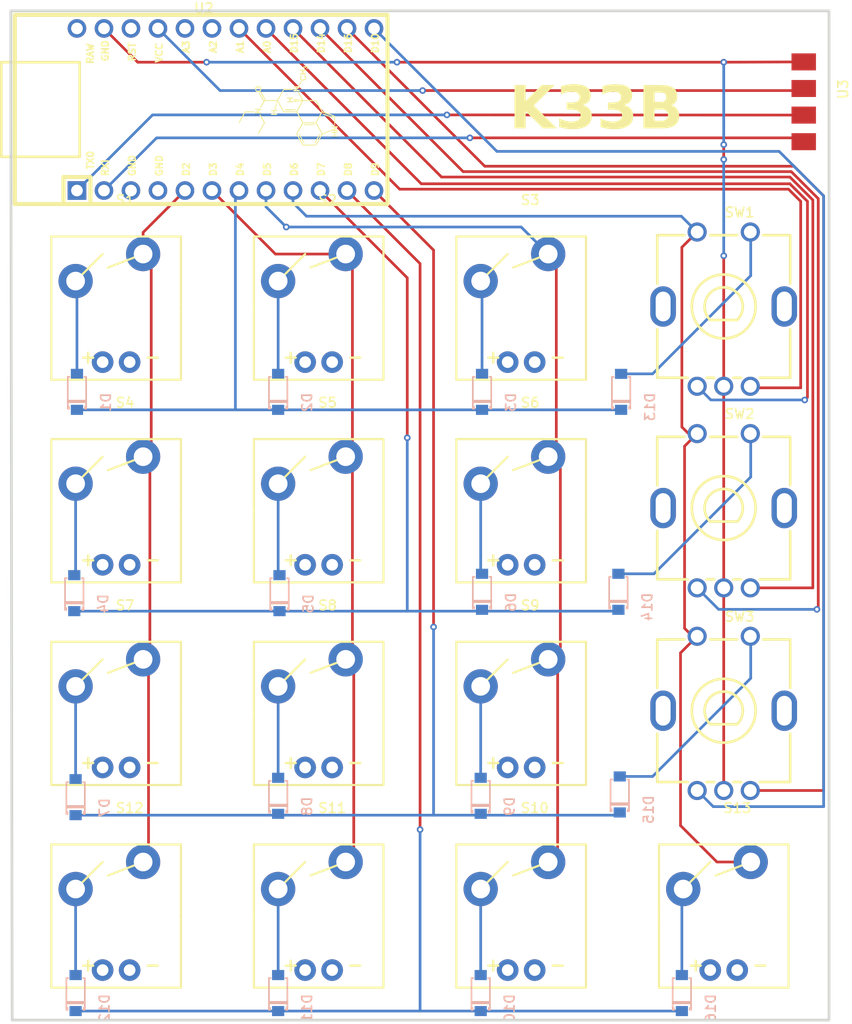
<source format=kicad_pcb>
(kicad_pcb (version 20240108) (generator "pcbnew") (generator_version "8.0")
  (layers (0 "F.Cu" signal "TopLayer") (31 "B.Cu" signal "BottomLayer") (34 "B.Paste" user "BottomPasteMaskLayer") (35 "F.Paste" user "TopPasteMaskLayer") (36 "B.SilkS" user "BottomSilkLayer") (37 "F.SilkS" user "TopSilkLayer") (38 "B.Mask" user "BottomSolderMaskLayer") (39 "F.Mask" user "TopSolderMaskLayer") (44 "Edge.Cuts" user "BoardOutLine"))
  (net 1 "")
  (net 2 "TX")
  (net 3 "RX")
  (net 4 "GND")
  (net 5 "VCC")
  (net 6 "B3")
  (net 7 "A2")
  (net 8 "B2")
  (net 9 "A1")
  (net 10 "B1")
  (net 11 "COL3")
  (net 12 "COL2")
  (net 13 "COL1")
  (net 14 "COL0")
  (net 15 "ROW2")
  (net 16 "ROW3")
  (net 17 "ROW1")
  (net 18 "D3_2")
  (net 19 "ROW0")
  (net 20 "S1_S1")
  (net 21 "D2_2")
  (net 22 "S4_S1")
  (net 23 "SW1_2")
  (net 24 "S5_S1")
  (net 25 "SW2_2")
  (net 26 "S6_S1")
  (net 27 "S7_S1")
  (net 28 "S8_S1")
  (net 29 "S9_S1")
  (net 30 "D11_2")
  (net 31 "D10_2")
  (net 32 "D12_2")
  (net 33 "S13_S1")
  (net 34 "SW3_2")
  (net 35 "A3")
  (net 36 "RST")
  (footprint "BackupProjects_nils_0805_personal_0_20241008:CHERRY-MX-LED-1U" (layer "F.Cu") (at 148.0999 99.05)
    (property "Reference" "S3")
    (property "Value" "CHERRY_CHERRY_MX" (hide yes))
  )
  (footprint "BackupProjects_nils_0805_personal_0_20241008:CHERRY-MX-LED-1U" (layer "F.Cu") (at 129.05 137.1499)
    (property "Reference" "S8")
    (property "Value" "CHERRY_CHERRY_MX" (hide yes))
  )
  (footprint "BackupProjects_nils_0805_personal_0_20241008:PROMICRO TYPE C 32U4-AU TH" (layer "F.Cu") (at 129.812 70.856)
    (property "Reference" "U2")
    (property "Value" "PROMICRO TYPE C 32U4-AU TH COPY" (hide yes))
  )
  (footprint "BackupProjects_nils_0805_personal_0_20241008:CHERRY-MX-LED-1U" (layer "F.Cu") (at 148.0999 118.0999)
    (property "Reference" "S6")
    (property "Value" "CHERRY_CHERRY_MX" (hide yes))
  )
  (footprint "BackupProjects_nils_0805_personal_0_20241008:CHERRY-MX-LED-1U" (layer "F.Cu") (at 110 137.1499)
    (property "Reference" "S7")
    (property "Value" "CHERRY_CHERRY_MX" (hide yes))
  )
  (footprint "BackupProjects_nils_0805_personal_0_20241008:CHERRY-MX-LED-1U" (layer "F.Cu") (at 110 118.0999)
    (property "Reference" "S4")
    (property "Value" "CHERRY_CHERRY_MX" (hide yes))
  )
  (footprint "BackupProjects_nils_0805_personal_0_20241008:SW-TH_PEC11R-4XXXF-SXXXX" (layer "F.Cu") (at 176.6749 108.5749)
    (property "Reference" "SW2")
    (property "Value" "PEC11R-4015F-S0024" (hide yes))
  )
  (footprint "BackupProjects_nils_0805_personal_0_20241008:CHERRY-MX-LED-1U" (layer "F.Cu") (at 110 156.1998)
    (property "Reference" "S12")
    (property "Value" "CHERRY_CHERRY_MX" (hide yes))
  )
  (footprint "BackupProjects_nils_0805_personal_0_20241008:CHERRY-MX-LED-1U" (layer "F.Cu") (at 129.05 156.1998)
    (property "Reference" "S11")
    (property "Value" "CHERRY_CHERRY_MX" (hide yes))
  )
  (footprint "BackupProjects_nils_0805_personal_0_20241008:POGO 4 PIN" (layer "F.Cu") (at 186.2 64.633 -90)
    (property "Reference" "U3")
    (property "Value" "pogo 4 pin connector" (hide yes))
  )
  (footprint "BackupProjects_nils_0805_personal_0_20241008:SW-TH_PEC11R-4XXXF-SXXXX" (layer "F.Cu") (at 176.6748 127.6249)
    (property "Reference" "SW3")
    (property "Value" "PEC11R-4015F-S0024" (hide yes))
  )
  (footprint "BackupProjects_nils_0805_personal_0_20241008:CHERRY-MX-LED-1U" (layer "F.Cu") (at 148.0999 156.1998)
    (property "Reference" "S10")
    (property "Value" "CHERRY_CHERRY_MX" (hide yes))
  )
  (footprint "BackupProjects_nils_0805_personal_0_20241008:CHERRY-MX-LED-1U" (layer "F.Cu") (at 110 99.05)
    (property "Reference" "S1")
    (property "Value" "CHERRY_CHERRY_MX" (hide yes))
  )
  (footprint "BackupProjects_nils_0805_personal_0_20241008:CHERRY-MX-LED-1U" (layer "F.Cu") (at 167.1499 156.1998)
    (property "Reference" "S13")
    (property "Value" "CHERRY_CHERRY_MX" (hide yes))
  )
  (footprint "BackupProjects_nils_0805_personal_0_20241008:CHERRY-MX-LED-1U" (layer "F.Cu") (at 148.0999 137.1499)
    (property "Reference" "S9")
    (property "Value" "CHERRY_CHERRY_MX" (hide yes))
  )
  (footprint "BackupProjects_nils_0805_personal_0_20241008:CHERRY-MX-LED-1U" (layer "F.Cu") (at 129.05 99.05)
    (property "Reference" "S2")
    (property "Value" "CHERRY_CHERRY_MX" (hide yes))
  )
  (footprint "BackupProjects_nils_0805_personal_0_20241008:SW-TH_PEC11R-4XXXF-SXXXX" (layer "F.Cu") (at 176.6748 89.6249)
    (property "Reference" "SW1")
    (property "Value" "PEC11R-4015F-S0024" (hide yes))
  )
  (footprint "BackupProjects_nils_0805_personal_0_20241008:CHERRY-MX-LED-1U" (layer "F.Cu") (at 129.05 118.0999)
    (property "Reference" "S5")
    (property "Value" "CHERRY_CHERRY_MX" (hide yes))
  )
  (footprint "BackupProjects_nils_0805_personal_0_20241008:SOD-123_L2.8-W1.8-LS3.7-RD" (layer "B.Cu") (at 153.815 135.372 90)
    (property "Reference" "D9")
    (property "Value" "1N4007W" (hide yes))
  )
  (footprint "BackupProjects_nils_0805_personal_0_20241008:SOD-123_L2.8-W1.8-LS3.7-RD" (layer "B.Cu") (at 167.023 97.399 90)
    (property "Reference" "D13")
    (property "Value" "1N4007W" (hide yes))
  )
  (footprint "BackupProjects_nils_0805_personal_0_20241008:SOD-123_L2.8-W1.8-LS3.7-RD" (layer "B.Cu") (at 134.765 135.372 90)
    (property "Reference" "D8")
    (property "Value" "1N4007W" (hide yes))
  )
  (footprint "BackupProjects_nils_0805_personal_0_20241008:SOD-123_L2.8-W1.8-LS3.7-RD" (layer "B.Cu") (at 134.892 116.322 90)
    (property "Reference" "D5")
    (property "Value" "1N4007W" (hide yes))
  )
  (footprint "BackupProjects_nils_0805_personal_0_20241008:SOD-123_L2.8-W1.8-LS3.7-RD" (layer "B.Cu") (at 153.942 116.195 90)
    (property "Reference" "D6")
    (property "Value" "1N4007W" (hide yes))
  )
  (footprint "BackupProjects_nils_0805_personal_0_20241008:SOD-123_L2.8-W1.8-LS3.7-RD" (layer "B.Cu") (at 115.842 97.399 90)
    (property "Reference" "D1")
    (property "Value" "1N4007W" (hide yes))
  )
  (footprint "BackupProjects_nils_0805_personal_0_20241008:SOD-123_L2.8-W1.8-LS3.7-RD" (layer "B.Cu") (at 172.738 153.914 90)
    (property "Reference" "D16")
    (property "Value" "1N4007W" (hide yes))
  )
  (footprint "BackupProjects_nils_0805_personal_0_20241008:SOD-123_L2.8-W1.8-LS3.7-RD" (layer "B.Cu") (at 134.765 153.914 90)
    (property "Reference" "D11")
    (property "Value" "1N4007W" (hide yes))
  )
  (footprint "BackupProjects_nils_0805_personal_0_20241008:SOD-123_L2.8-W1.8-LS3.7-RD" (layer "B.Cu") (at 153.942 97.399 90)
    (property "Reference" "D3")
    (property "Value" "1N4007W" (hide yes))
  )
  (footprint "BackupProjects_nils_0805_personal_0_20241008:SOD-123_L2.8-W1.8-LS3.7-RD" (layer "B.Cu") (at 153.815 153.914 90)
    (property "Reference" "D10")
    (property "Value" "1N4007W" (hide yes))
  )
  (footprint "BackupProjects_nils_0805_personal_0_20241008:SOD-123_L2.8-W1.8-LS3.7-RD" (layer "B.Cu") (at 115.715 153.914 90)
    (property "Reference" "D12")
    (property "Value" "1N4007W" (hide yes))
  )
  (footprint "BackupProjects_nils_0805_personal_0_20241008:SOD-123_L2.8-W1.8-LS3.7-RD" (layer "B.Cu") (at 166.896 135.245 90)
    (property "Reference" "D15")
    (property "Value" "1N4007W" (hide yes))
  )
  (footprint "BackupProjects_nils_0805_personal_0_20241008:SOD-123_L2.8-W1.8-LS3.7-RD" (layer "B.Cu") (at 134.765 97.399 90)
    (property "Reference" "D2")
    (property "Value" "1N4007W" (hide yes))
  )
  (footprint "BackupProjects_nils_0805_personal_0_20241008:SOD-123_L2.8-W1.8-LS3.7-RD" (layer "B.Cu") (at 115.588 116.322 90)
    (property "Reference" "D4")
    (property "Value" "1N4007W" (hide yes))
  )
  (footprint "BackupProjects_nils_0805_personal_0_20241008:SOD-123_L2.8-W1.8-LS3.7-RD" (layer "B.Cu") (at 115.715 135.499 90)
    (property "Reference" "D7")
    (property "Value" "1N4007W" (hide yes))
  )
  (footprint "BackupProjects_nils_0805_personal_0_20241008:SOD-123_L2.8-W1.8-LS3.7-RD" (layer "B.Cu") (at 166.769 116.195 90)
    (property "Reference" "D14")
    (property "Value" "1N4007W" (hide yes))
  )
  (gr_line (start 186.581 156.454) (end 110 156.454) (stroke (width 0.254)) (layer "Edge.Cuts"))
  (gr_line (start 109.746 156.454) (end 109.746 156.2) (stroke (width 0.254)) (layer "Edge.Cuts"))
  (gr_line (start 109.619 61.585) (end 109.619 65.395) (stroke (width 0.254)) (layer "Edge.Cuts"))
  (gr_line (start 186.581 88.382) (end 186.581 156.454) (stroke (width 0.254)) (layer "Edge.Cuts"))
  (gr_line (start 186.581 61.585) (end 186.581 88.382) (stroke (width 0.254)) (layer "Edge.Cuts"))
  (gr_line (start 110 156.454) (end 109.746 156.454) (stroke (width 0.254)) (layer "Edge.Cuts"))
  (gr_line (start 109.619 61.585) (end 186.581 61.585) (stroke (width 0.254)) (layer "Edge.Cuts"))
  (gr_line (start 109.619 65.395) (end 109.746 156.2) (stroke (width 0.254)) (layer "Edge.Cuts"))
  (gr_text "K33B" (at 156.482 68.634 0) (layer "F.SilkS") (effects (font (size 4 4) (thickness 0.2032)) (justify left top)))
  (segment (start 184.201 71.3818) (end 150.64 71.364) (width 0.254) (layer "F.Cu") (net 2))
  (via (at 150.64 71.364) (size 0.62) (drill 0.31) (layers "F.Cu" "B.Cu") (net 2))
  (segment (start 122.954 71.364) (end 115.842 78.476) (width 0.254) (layer "B.Cu") (net 2))
  (segment (start 150.64 71.364) (end 122.954 71.364) (width 0.254) (layer "B.Cu") (net 2))
  (segment (start 183.8401 73.523) (end 152.799 73.523) (width 0.254) (layer "F.Cu") (net 3))
  (segment (start 184.2 73.8829) (end 183.8401 73.523) (width 0.254) (layer "F.Cu") (net 3))
  (via (at 152.799 73.523) (size 0.62) (drill 0.31) (layers "F.Cu" "B.Cu") (net 3))
  (segment (start 152.799 73.523) (end 123.335 73.523) (width 0.254) (layer "B.Cu") (net 3))
  (segment (start 123.335 73.523) (end 118.382 78.476) (width 0.254) (layer "B.Cu") (net 3))
  (segment (start 176.6747 96.8747) (end 176.6747 84.6063) (width 0.254) (layer "F.Cu") (net 4))
  (segment (start 128.034 66.411) (end 121.557 66.411) (width 0.254) (layer "F.Cu") (net 4))
  (segment (start 176.675 66.411) (end 184.201 66.3831) (width 0.254) (layer "F.Cu") (net 4))
  (segment (start 176.675 66.411) (end 145.941 66.411) (width 0.254) (layer "F.Cu") (net 4))
  (segment (start 176.675 75.555) (end 176.675 74.158) (width 0.254) (layer "F.Cu") (net 4))
  (segment (start 121.557 66.411) (end 118.382 63.236) (width 0.254) (layer "F.Cu") (net 4))
  (segment (start 176.6748 96.8748) (end 176.6748 134.8749) (width 0.254) (layer "F.Cu") (net 4))
  (via (at 145.941 66.411) (size 0.62) (drill 0.31) (layers "F.Cu" "B.Cu") (net 4))
  (via (at 128.034 66.411) (size 0.62) (drill 0.31) (layers "F.Cu" "B.Cu") (net 4))
  (via (at 176.6747 84.6063) (size 0.62) (drill 0.31) (layers "F.Cu" "B.Cu") (net 4))
  (via (at 176.6747 75.555) (size 0.62) (drill 0.31) (layers "F.Cu" "B.Cu") (net 4))
  (via (at 176.675 74.158) (size 0.62) (drill 0.31) (layers "F.Cu" "B.Cu") (net 4))
  (via (at 176.675 66.411) (size 0.62) (drill 0.31) (layers "F.Cu" "B.Cu") (net 4))
  (segment (start 176.675 74.158) (end 176.675 66.411) (width 0.254) (layer "B.Cu") (net 4))
  (segment (start 145.941 66.411) (end 128.034 66.411) (width 0.254) (layer "B.Cu") (net 4))
  (segment (start 176.6747 84.6063) (end 176.6747 75.555) (width 0.254) (layer "B.Cu") (net 4))
  (segment (start 184.2 68.8829) (end 184.0049 69.078) (width 0.254) (layer "F.Cu") (net 5))
  (segment (start 184.0049 69.078) (end 148.354 69.078) (width 0.254) (layer "F.Cu") (net 5))
  (via (at 148.354 69.078) (size 0.62) (drill 0.31) (layers "F.Cu" "B.Cu") (net 5))
  (segment (start 129.304 69.078) (end 123.462 63.236) (width 0.254) (layer "B.Cu") (net 5))
  (segment (start 148.354 69.078) (end 129.304 69.078) (width 0.254) (layer "B.Cu") (net 5))
  (segment (start 179.1744 134.8742) (end 186.073 134.8742) (width 0.254) (layer "F.Cu") (net 6))
  (segment (start 186.073 78.984) (end 183.279 76.19) (width 0.254) (layer "F.Cu") (net 6))
  (segment (start 154.196 76.19) (end 141.242 63.236) (width 0.254) (layer "F.Cu") (net 6))
  (segment (start 183.279 76.19) (end 154.196 76.19) (width 0.254) (layer "F.Cu") (net 6))
  (segment (start 186.073 134.8742) (end 186.073 78.984) (width 0.254) (layer "F.Cu") (net 6))
  (segment (start 185.565 117.719) (end 185.565 79.238) (width 0.254) (layer "F.Cu") (net 7))
  (segment (start 185.565 79.238) (end 183.025 76.698) (width 0.254) (layer "F.Cu") (net 7))
  (segment (start 152.164 76.698) (end 138.702 63.236) (width 0.254) (layer "F.Cu") (net 7))
  (segment (start 185.438 117.846) (end 185.565 117.719) (width 0.254) (layer "F.Cu") (net 7))
  (segment (start 183.025 76.698) (end 152.164 76.698) (width 0.254) (layer "F.Cu") (net 7))
  (via (at 185.438 117.846) (size 0.62) (drill 0.31) (layers "F.Cu" "B.Cu") (net 7))
  (segment (start 176.1961 117.846) (end 185.438 117.846) (width 0.254) (layer "B.Cu") (net 7))
  (segment (start 174.175 115.8249) (end 176.1961 117.846) (width 0.254) (layer "B.Cu") (net 7))
  (segment (start 185.057 79.365) (end 182.898 77.206) (width 0.254) (layer "F.Cu") (net 8))
  (segment (start 185.057 115.8242) (end 185.057 79.365) (width 0.254) (layer "F.Cu") (net 8))
  (segment (start 179.1744 115.8242) (end 185.057 115.8242) (width 0.254) (layer "F.Cu") (net 8))
  (segment (start 150.132 77.206) (end 136.162 63.236) (width 0.254) (layer "F.Cu") (net 8))
  (segment (start 182.898 77.206) (end 150.132 77.206) (width 0.254) (layer "F.Cu") (net 8))
  (segment (start 148.227 77.841) (end 133.622 63.236) (width 0.254) (layer "F.Cu") (net 9))
  (segment (start 184.549 79.492) (end 182.898 77.841) (width 0.254) (layer "F.Cu") (net 9))
  (segment (start 184.295 98.161) (end 184.549 97.907) (width 0.254) (layer "F.Cu") (net 9))
  (segment (start 184.295 98.161) (end 184.168 98.034) (width 0.254) (layer "F.Cu") (net 9))
  (segment (start 184.549 97.907) (end 184.549 79.492) (width 0.254) (layer "F.Cu") (net 9))
  (segment (start 182.898 77.841) (end 148.227 77.841) (width 0.254) (layer "F.Cu") (net 9))
  (via (at 184.295 98.161) (size 0.62) (drill 0.31) (layers "F.Cu" "B.Cu") (net 9))
  (segment (start 175.4609 98.161) (end 184.295 98.161) (width 0.254) (layer "B.Cu") (net 9))
  (segment (start 174.1756 96.8758) (end 175.4609 98.161) (width 0.254) (layer "B.Cu") (net 9))
  (segment (start 182.771 78.349) (end 146.195 78.349) (width 0.254) (layer "F.Cu") (net 10))
  (segment (start 179.1744 96.8758) (end 179.3191 97.018) (width 0.254) (layer "F.Cu") (net 10))
  (segment (start 146.195 78.349) (end 131.082 63.236) (width 0.254) (layer "F.Cu") (net 10))
  (segment (start 183.914 97.018) (end 183.914 79.492) (width 0.254) (layer "F.Cu") (net 10))
  (segment (start 179.3191 97.018) (end 183.914 97.018) (width 0.254) (layer "F.Cu") (net 10))
  (segment (start 183.914 79.492) (end 182.771 78.349) (width 0.254) (layer "F.Cu") (net 10))
  (segment (start 172.992 102.508) (end 172.992 119.624) (width 0.254) (layer "F.Cu") (net 11))
  (segment (start 172.738 100.701) (end 173.362 101.325) (width 0.254) (layer "F.Cu") (net 11))
  (segment (start 172.611 121.939) (end 172.611 138.166) (width 0.254) (layer "F.Cu") (net 11))
  (segment (start 176.0398 141.5948) (end 179.2149 141.5948) (width 0.254) (layer "F.Cu") (net 11))
  (segment (start 172.611 138.166) (end 176.0398 141.5948) (width 0.254) (layer "F.Cu") (net 11))
  (segment (start 172.992 119.624) (end 173.743 120.375) (width 0.254) (layer "F.Cu") (net 11))
  (segment (start 172.738 83.8119) (end 172.738 100.701) (width 0.254) (layer "F.Cu") (net 11))
  (segment (start 174.175 82.375) (end 172.738 83.8119) (width 0.254) (layer "F.Cu") (net 11))
  (segment (start 173.743 120.375) (end 174.175 120.375) (width 0.254) (layer "F.Cu") (net 11))
  (segment (start 173.362 101.325) (end 174.175 101.325) (width 0.254) (layer "F.Cu") (net 11))
  (segment (start 174.175 120.375) (end 172.611 121.939) (width 0.254) (layer "F.Cu") (net 11))
  (segment (start 174.175 101.325) (end 172.992 102.508) (width 0.254) (layer "F.Cu") (net 11))
  (segment (start 136.162 79.619) (end 136.162 78.476) (width 0.254) (layer "B.Cu") (net 11))
  (segment (start 174.175 82.375) (end 172.689 80.889) (width 0.254) (layer "B.Cu") (net 11))
  (segment (start 172.689 80.889) (end 137.432 80.889) (width 0.254) (layer "B.Cu") (net 11))
  (segment (start 137.432 80.889) (end 136.162 79.619) (width 0.254) (layer "B.Cu") (net 11))
  (segment (start 161.308 121.4018) (end 161.308 104.638) (width 0.254) (layer "F.Cu") (net 12))
  (segment (start 161.308 104.638) (end 160.1649 103.4949) (width 0.254) (layer "F.Cu") (net 12))
  (segment (start 161.054 123.434) (end 160.1649 122.5449) (width 0.254) (layer "F.Cu") (net 12))
  (segment (start 160.927 85.2071) (end 160.1649 84.445) (width 0.254) (layer "F.Cu") (net 12))
  (segment (start 160.1649 122.5449) (end 161.308 121.4018) (width 0.254) (layer "F.Cu") (net 12))
  (segment (start 160.1649 103.4949) (end 160.927 102.7328) (width 0.254) (layer "F.Cu") (net 12))
  (segment (start 160.1649 141.5948) (end 161.054 140.7058) (width 0.254) (layer "F.Cu") (net 12))
  (segment (start 161.054 140.7058) (end 161.054 123.434) (width 0.254) (layer "F.Cu") (net 12))
  (segment (start 160.927 102.7328) (end 160.927 85.2071) (width 0.254) (layer "F.Cu") (net 12))
  (via (at 135.527 81.905) (size 0.62) (drill 0.31) (layers "F.Cu" "B.Cu") (net 12))
  (via (at 160.1649 84.445) (size 0.62) (drill 0.31) (layers "F.Cu" "B.Cu") (net 12))
  (segment (start 157.6249 81.905) (end 135.527 81.905) (width 0.254) (layer "B.Cu") (net 12))
  (segment (start 135.527 81.905) (end 133.622 80) (width 0.254) (layer "B.Cu") (net 12))
  (segment (start 133.622 80) (end 133.622 78.476) (width 0.254) (layer "B.Cu") (net 12))
  (segment (start 160.1649 84.445) (end 157.6249 81.905) (width 0.254) (layer "B.Cu") (net 12))
  (segment (start 141.115 122.5449) (end 141.75 121.9099) (width 0.254) (layer "F.Cu") (net 13))
  (segment (start 141.115 141.5948) (end 141.877 140.8328) (width 0.254) (layer "F.Cu") (net 13))
  (segment (start 141.877 123.3069) (end 141.115 122.5449) (width 0.254) (layer "F.Cu") (net 13))
  (segment (start 141.115 103.4949) (end 141.75 102.8599) (width 0.254) (layer "F.Cu") (net 13))
  (segment (start 141.877 140.8328) (end 141.877 123.3069) (width 0.254) (layer "F.Cu") (net 13))
  (segment (start 141.75 85.08) (end 141.115 84.445) (width 0.254) (layer "F.Cu") (net 13))
  (segment (start 141.115 84.445) (end 134.511 84.445) (width 0.254) (layer "F.Cu") (net 13))
  (segment (start 141.75 104.1299) (end 141.115 103.4949) (width 0.254) (layer "F.Cu") (net 13))
  (segment (start 134.511 84.445) (end 128.542 78.476) (width 0.254) (layer "F.Cu") (net 13))
  (segment (start 141.75 121.9099) (end 141.75 104.1299) (width 0.254) (layer "F.Cu") (net 13))
  (segment (start 141.75 102.8599) (end 141.75 85.08) (width 0.254) (layer "F.Cu") (net 13))
  (segment (start 122.827 85.2071) (end 122.065 84.4451) (width 0.254) (layer "F.Cu") (net 14))
  (segment (start 122.7 104.1299) (end 122.065 103.4949) (width 0.254) (layer "F.Cu") (net 14))
  (segment (start 122.065 122.5449) (end 122.7 121.9099) (width 0.254) (layer "F.Cu") (net 14))
  (segment (start 122.065 103.4949) (end 122.827 102.7329) (width 0.254) (layer "F.Cu") (net 14))
  (segment (start 122.827 102.7329) (end 122.827 85.2071) (width 0.254) (layer "F.Cu") (net 14))
  (segment (start 122.065 84.4451) (end 122.065 82.413) (width 0.254) (layer "F.Cu") (net 14))
  (segment (start 122.065 141.5948) (end 122.573 141.0868) (width 0.254) (layer "F.Cu") (net 14))
  (segment (start 122.573 123.0529) (end 122.065 122.5449) (width 0.254) (layer "F.Cu") (net 14))
  (segment (start 122.7 121.9099) (end 122.7 104.1299) (width 0.254) (layer "F.Cu") (net 14))
  (segment (start 122.573 141.0868) (end 122.573 123.0529) (width 0.254) (layer "F.Cu") (net 14))
  (segment (start 122.065 82.413) (end 126.002 78.476) (width 0.254) (layer "F.Cu") (net 14))
  (segment (start 149.3847 84.0787) (end 143.782 78.476) (width 0.254) (layer "F.Cu") (net 15))
  (segment (start 149.3847 119.497) (end 149.3847 84.0787) (width 0.254) (layer "F.Cu") (net 15))
  (via (at 149.3847 119.497) (size 0.62) (drill 0.31) (layers "F.Cu" "B.Cu") (net 15))
  (segment (start 149.3847 137.1914) (end 149.3847 119.497) (width 0.254) (layer "B.Cu") (net 15))
  (segment (start 166.642 137.1914) (end 115.715 137.1914) (width 0.254) (layer "B.Cu") (net 15))
  (segment (start 166.896 136.9374) (end 166.642 137.1914) (width 0.254) (layer "B.Cu") (net 15))
  (segment (start 148.1147 85.3487) (end 141.242 78.476) (width 0.254) (layer "F.Cu") (net 16))
  (segment (start 148.1147 138.547) (end 148.1147 85.3487) (width 0.254) (layer "F.Cu") (net 16))
  (via (at 148.1147 138.547) (size 0.62) (drill 0.31) (layers "F.Cu" "B.Cu") (net 16))
  (segment (start 148.1147 155.4794) (end 148.1147 138.547) (width 0.254) (layer "B.Cu") (net 16))
  (segment (start 172.738 155.6064) (end 115.715 155.6064) (width 0.254) (layer "B.Cu") (net 16))
  (segment (start 146.9082 101.717) (end 146.9082 86.6822) (width 0.254) (layer "F.Cu") (net 17))
  (segment (start 146.9082 86.6822) (end 138.702 78.476) (width 0.254) (layer "F.Cu") (net 17))
  (via (at 146.9082 101.717) (size 0.62) (drill 0.31) (layers "F.Cu" "B.Cu") (net 17))
  (segment (start 166.642 118.0144) (end 115.588 118.0144) (width 0.254) (layer "B.Cu") (net 17))
  (segment (start 166.769 117.8874) (end 166.642 118.0144) (width 0.254) (layer "B.Cu") (net 17))
  (segment (start 146.9082 118.0144) (end 146.9082 101.717) (width 0.254) (layer "B.Cu") (net 17))
  (segment (start 153.942 95.7066) (end 153.942 87.1121) (width 0.254) (layer "B.Cu") (net 18))
  (segment (start 153.942 87.1121) (end 153.8149 86.985) (width 0.254) (layer "B.Cu") (net 18))
  (segment (start 130.7427 99.0914) (end 130.7427 78.8153) (width 0.254) (layer "B.Cu") (net 19))
  (segment (start 167.023 99.0914) (end 115.842 99.0914) (width 0.254) (layer "B.Cu") (net 19))
  (segment (start 130.7427 78.8153) (end 131.082 78.476) (width 0.254) (layer "B.Cu") (net 19))
  (segment (start 115.842 95.7066) (end 115.842 87.1121) (width 0.254) (layer "B.Cu") (net 20))
  (segment (start 115.842 95.7074) (end 116.0554 95.7074) (width 0.254) (layer "B.Cu") (net 20))
  (segment (start 115.842 87.1121) (end 115.715 86.9851) (width 0.254) (layer "B.Cu") (net 20))
  (segment (start 134.765 95.7066) (end 134.765 86.985) (width 0.254) (layer "B.Cu") (net 21))
  (segment (start 115.715 114.5026) (end 115.715 106.0349) (width 0.254) (layer "B.Cu") (net 22))
  (segment (start 115.588 114.6296) (end 115.715 114.5026) (width 0.254) (layer "B.Cu") (net 22))
  (segment (start 179.215 82.415) (end 179.175 82.375) (width 0.254) (layer "B.Cu") (net 23))
  (segment (start 179.215 86.477) (end 179.215 82.415) (width 0.254) (layer "B.Cu") (net 23))
  (segment (start 167.023 95.7066) (end 169.9854 95.7066) (width 0.254) (layer "B.Cu") (net 23))
  (segment (start 169.9854 95.7066) (end 179.215 86.477) (width 0.254) (layer "B.Cu") (net 23))
  (segment (start 134.892 114.6296) (end 134.765 114.5026) (width 0.254) (layer "B.Cu") (net 24))
  (segment (start 134.765 114.5026) (end 134.765 106.0349) (width 0.254) (layer "B.Cu") (net 24))
  (segment (start 170.1124 114.5026) (end 179.215 105.4) (width 0.254) (layer "B.Cu") (net 25))
  (segment (start 179.215 101.365) (end 179.175 101.325) (width 0.254) (layer "B.Cu") (net 25))
  (segment (start 166.769 114.5026) (end 170.1124 114.5026) (width 0.254) (layer "B.Cu") (net 25))
  (segment (start 179.215 105.4) (end 179.215 101.365) (width 0.254) (layer "B.Cu") (net 25))
  (segment (start 153.8149 114.3755) (end 153.8149 106.0349) (width 0.254) (layer "B.Cu") (net 26))
  (segment (start 153.942 114.5026) (end 153.8149 114.3755) (width 0.254) (layer "B.Cu") (net 26))
  (segment (start 115.715 133.8066) (end 115.715 125.0849) (width 0.254) (layer "B.Cu") (net 27))
  (segment (start 134.765 133.6796) (end 134.765 125.0849) (width 0.254) (layer "B.Cu") (net 28))
  (segment (start 153.815 133.6796) (end 153.8149 125.0849) (width 0.254) (layer "B.Cu") (net 29))
  (segment (start 134.765 152.2216) (end 134.765 144.1348) (width 0.254) (layer "B.Cu") (net 30))
  (segment (start 153.815 152.2216) (end 153.8149 144.1348) (width 0.254) (layer "B.Cu") (net 31))
  (segment (start 115.715 152.2216) (end 115.715 144.1348) (width 0.254) (layer "B.Cu") (net 32))
  (segment (start 172.738 152.2216) (end 172.738 144.2617) (width 0.254) (layer "B.Cu") (net 33))
  (segment (start 172.738 144.2617) (end 172.8649 144.1348) (width 0.254) (layer "B.Cu") (net 33))
  (segment (start 169.9854 133.5526) (end 179.215 124.323) (width 0.254) (layer "B.Cu") (net 34))
  (segment (start 179.215 124.323) (end 179.215 120.4151) (width 0.254) (layer "B.Cu") (net 34))
  (segment (start 166.896 133.5526) (end 169.9854 133.5526) (width 0.254) (layer "B.Cu") (net 34))
  (segment (start 179.215 120.4151) (end 179.175 120.375) (width 0.254) (layer "B.Cu") (net 34))
  (segment (start 155.339 74.793) (end 143.782 63.236) (width 0.254) (layer "B.Cu") (net 35))
  (segment (start 175.6869 136.388) (end 186.073 136.388) (width 0.254) (layer "B.Cu") (net 35))
  (segment (start 186.073 136.388) (end 186.073 78.984) (width 0.254) (layer "B.Cu") (net 35))
  (segment (start 181.882 74.793) (end 155.339 74.793) (width 0.254) (layer "B.Cu") (net 35))
  (segment (start 186.073 78.984) (end 181.882 74.793) (width 0.254) (layer "B.Cu") (net 35))
  (segment (start 174.1756 134.8742) (end 175.6869 136.388) (width 0.254) (layer "B.Cu") (net 35))
)
</source>
